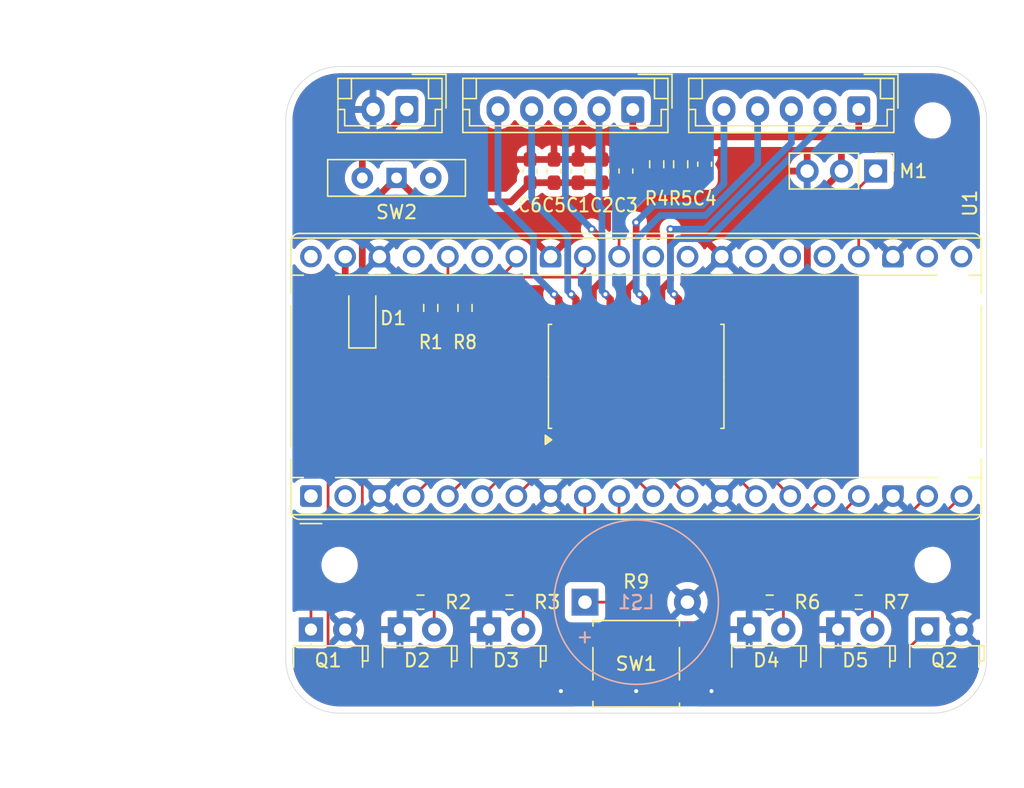
<source format=kicad_pcb>
(kicad_pcb (version 20240108) (generator "pcbnew") (generator_version "8.0")
  (layers (0 "F.Cu" signal) (31 "B.Cu" signal) (34 "B.Paste" user) (35 "F.Paste" user) (36 "B.SilkS" user "B.Silkscreen") (37 "F.SilkS" user "F.Silkscreen") (38 "B.Mask" user) (39 "F.Mask" user) (44 "Edge.Cuts" user))
  (net 0 "")
  (net 1 "GNDD")
  (net 2 "VBat")
  (net 3 "/Battery")
  (net 4 "Net-(D1-K)")
  (net 5 "Net-(D2-A)")
  (net 6 "Net-(D3-A)")
  (net 7 "Net-(D4-A)")
  (net 8 "Net-(D5-A)")
  (net 9 "Net-(J1-Pin_4)")
  (net 10 "Net-(J1-Pin_3)")
  (net 11 "Net-(J1-Pin_2)")
  (net 12 "Net-(J2-Pin_2)")
  (net 13 "Net-(J2-Pin_4)")
  (net 14 "Net-(J2-Pin_3)")
  (net 15 "/Speaker")
  (net 16 "/Servo")
  (net 17 "/Sensor Right")
  (net 18 "/Sensor Left")
  (net 19 "+3.3V")
  (net 20 "/IR Right")
  (net 21 "/Led Right")
  (net 22 "/Led Left")
  (net 23 "/IR Left")
  (net 24 "/Button")
  (net 25 "/Motor Right A")
  (net 27 "/Motor Right C")
  (net 28 "/Motor Left B")
  (net 30 "/Motor Right B")
  (net 33 "/Motor Left D")
  (net 35 "/Motor Left A")
  (net 36 "/Motor Right D")
  (net 37 "/Motor Left C")
  (net 47 "Net-(J3-Pin_1)")
  (net 49 "Net-(LS1-Pad1)")
  (net 50 "Net-(J1-Pin_5)")
  (net 51 "Net-(J2-Pin_5)")
  (footprint "Package_SO:SOIC-20W_7.5x12.8mm_P1.27mm" (layer "F.Cu") (at 152.4 101.6 90)
    (property "Reference" "U2" (hide yes))
    (property "Value" "ULN2803A")
  )
  (footprint "Button_Switch_SMD:SW_Push_1P1T_NO_CK_KSC6xxJ" (layer "F.Cu") (at 152.4 122.936)
    (property "Reference" "SW1")
    (property "Value" "SW_Push")
  )
  (footprint "Button_Switch_THT:SW_Slide-03_Wuerth-WS-SLTV_10x2.5x6.4_P2.54mm" (layer "F.Cu") (at 134.62 86.868)
    (property "Reference" "SW2")
    (property "Value" "SW_Wuerth_450301014042")
  )
  (footprint "Connector_JST:JST_EH_B2B-EH-A_1x02_P2.50mm_Vertical" (layer "F.Cu") (at 135.382 81.788 180)
    (property "Reference" "J3" (hide yes))
    (property "Value" "Battery")
  )
  (footprint "Resistor_SMD:R_0603_1608Metric_Pad0.98x0.95mm_HandSolder" (layer "F.Cu") (at 168.91 118.364)
    (property "Reference" "R7")
    (property "Value" "330")
  )
  (footprint "Capacitor_SMD:C_0603_1608Metric_Pad1.08x0.95mm_HandSolder" (layer "F.Cu") (at 157.48 85.852 90)
    (property "Reference" "C4")
    (property "Value" "100n")
  )
  (footprint "library:LED_D5.0mm_Horizontal_O1.27mm_Z3.0mm_truncated_silkscreen" (layer "F.Cu") (at 141.478 120.396)
    (property "Reference" "D3")
    (property "Value" "LED")
  )
  (footprint "MountingHole:MountingHole_2.2mm_M2" (layer "F.Cu") (at 130.4 115.6)
    (property "Reference" "H3" (hide yes))
    (property "Value" "MountingHole")
  )
  (footprint "library:LED_D5.0mm_Horizontal_O1.27mm_Z3.0mm_truncated_silkscreen" (layer "F.Cu") (at 167.386 120.396)
    (property "Reference" "D5")
    (property "Value" "IR")
  )
  (footprint "library:RaspberryPi_Pico_Common_THT_stacked" (layer "F.Cu") (at 128.27 110.49 90)
    (property "Reference" "U1")
    (property "Value" "PicoW")
  )
  (footprint "Resistor_SMD:R_0603_1608Metric_Pad0.98x0.95mm_HandSolder" (layer "F.Cu") (at 153.924 85.852 -90)
    (property "Reference" "R4")
    (property "Value" "10k")
  )
  (footprint "Resistor_SMD:R_0603_1608Metric_Pad0.98x0.95mm_HandSolder" (layer "F.Cu") (at 136.398 118.364)
    (property "Reference" "R2")
    (property "Value" "330")
  )
  (footprint "Connector_JST:JST_EH_B5B-EH-A_1x05_P2.50mm_Vertical" (layer "F.Cu") (at 152.146 81.788 180)
    (property "Reference" "J2" (hide yes))
    (property "Value" "Motor Right")
  )
  (footprint "Connector_JST:JST_EH_B5B-EH-A_1x05_P2.50mm_Vertical" (layer "F.Cu") (at 168.91 81.788 180)
    (property "Reference" "J1" (hide yes))
    (property "Value" "Motor Left")
  )
  (footprint "Capacitor_SMD:C_0603_1608Metric_Pad1.08x0.95mm_HandSolder" (layer "F.Cu") (at 151.638 86.36 90)
    (property "Reference" "C3")
    (property "Value" "100n")
  )
  (footprint "Connector_PinHeader_2.54mm:PinHeader_1x03_P2.54mm_Vertical" (layer "F.Cu") (at 170.165 86.36 -90)
    (property "Reference" "M1")
    (property "Value" "Motor_Servo")
  )
  (footprint "Capacitor_SMD:C_0603_1608Metric_Pad1.08x0.95mm_HandSolder" (layer "F.Cu") (at 144.526 86.36 90)
    (property "Reference" "C6")
    (property "Value" "10u")
  )
  (footprint "Resistor_SMD:R_0603_1608Metric_Pad0.98x0.95mm_HandSolder" (layer "F.Cu") (at 152.4 118.364 180)
    (property "Reference" "R9")
    (property "Value" "100")
  )
  (footprint "Capacitor_SMD:C_0603_1608Metric_Pad1.08x0.95mm_HandSolder" (layer "F.Cu") (at 148.082 86.36 90)
    (property "Reference" "C1")
    (property "Value" "10u")
  )
  (footprint "Diode_SMD:D_SOD-123F" (layer "F.Cu") (at 132.08 97.282 90)
    (property "Reference" "D1")
    (property "Value" "MBR120")
  )
  (footprint "Capacitor_SMD:C_0603_1608Metric_Pad1.08x0.95mm_HandSolder" (layer "F.Cu") (at 146.304 86.36 90)
    (property "Reference" "C5")
    (property "Value" "10u")
  )
  (footprint "library:LED_D5.0mm_Horizontal_O1.27mm_Z3.0mm_truncated_silkscreen" (layer "F.Cu") (at 173.99 120.396)
    (property "Reference" "Q2")
    (property "Value" "BP103B")
  )
  (footprint "Resistor_SMD:R_0603_1608Metric_Pad0.98x0.95mm_HandSolder" (layer "F.Cu") (at 139.7 96.52 -90)
    (property "Reference" "R8")
    (property "Value" "10k")
  )
  (footprint "Resistor_SMD:R_0603_1608Metric_Pad0.98x0.95mm_HandSolder" (layer "F.Cu") (at 162.306 118.364)
    (property "Reference" "R6")
    (property "Value" "330")
  )
  (footprint "Resistor_SMD:R_0603_1608Metric_Pad0.98x0.95mm_HandSolder" (layer "F.Cu") (at 137.16 96.52 -90)
    (property "Reference" "R1")
    (property "Value" "10k")
  )
  (footprint "library:LED_D5.0mm_Horizontal_O1.27mm_Z3.0mm_truncated_silkscreen" (layer "F.Cu") (at 134.874 120.396)
    (property "Reference" "D2")
    (property "Value" "IR")
  )
  (footprint "Resistor_SMD:R_0603_1608Metric_Pad0.98x0.95mm_HandSolder" (layer "F.Cu") (at 143.002 118.364)
    (property "Reference" "R3")
    (property "Value" "330")
  )
  (footprint "MountingHole:MountingHole_2.2mm_M2" (layer "F.Cu") (at 174.4 115.6)
    (property "Reference" "H2" (hide yes))
    (property "Value" "MountingHole")
  )
  (footprint "Capacitor_SMD:C_0603_1608Metric_Pad1.08x0.95mm_HandSolder" (layer "F.Cu") (at 149.86 86.36 90)
    (property "Reference" "C2")
    (property "Value" "10u")
  )
  (footprint "Resistor_SMD:R_0603_1608Metric_Pad0.98x0.95mm_HandSolder" (layer "F.Cu") (at 155.702 85.852 90)
    (property "Reference" "R5")
    (property "Value" "10k")
  )
  (footprint "MountingHole:MountingHole_2.2mm_M2" (layer "F.Cu") (at 174.4 82.6)
    (property "Reference" "H1" (hide yes))
    (property "Value" "MountingHole")
  )
  (footprint "library:LED_D5.0mm_Horizontal_O1.27mm_Z3.0mm_truncated_silkscreen" (layer "F.Cu") (at 128.27 120.396)
    (property "Reference" "Q1")
    (property "Value" "BP103B")
  )
  (footprint "library:LED_D5.0mm_Horizontal_O1.27mm_Z3.0mm_truncated_silkscreen" (layer "F.Cu") (at 160.782 120.396)
    (property "Reference" "D4")
    (property "Value" "LED")
  )
  (footprint "Buzzer_Beeper:Buzzer_12x9.5RM7.6" (layer "B.Cu") (at 148.6 118.364)
    (property "Reference" "LS1")
    (property "Value" "Speaker")
  )
  (gr_arc (start 174.4 78.6) (mid 177.228427 79.771573) (end 178.4 82.6) (stroke (width 0.05)) (layer "Edge.Cuts"))
  (gr_arc (start 126.4 82.6) (mid 127.571573 79.771573) (end 130.4 78.6) (stroke (width 0.05)) (layer "Edge.Cuts"))
  (gr_line (start 178.4 122.6) (end 178.4 82.6) (stroke (width 0.05)) (layer "Edge.Cuts"))
  (gr_line (start 174.4 78.6) (end 130.4 78.6) (stroke (width 0.05)) (layer "Edge.Cuts"))
  (gr_arc (start 130.4 126.6) (mid 127.571573 125.428427) (end 126.4 122.6) (stroke (width 0.05)) (layer "Edge.Cuts"))
  (gr_line (start 130.4 126.6) (end 174.4 126.6) (stroke (width 0.05)) (layer "Edge.Cuts"))
  (gr_arc (start 178.4 122.6) (mid 177.228427 125.428427) (end 174.4 126.6) (stroke (width 0.05)) (layer "Edge.Cuts"))
  (gr_line (start 126.4 82.6) (end 126.4 122.6) (stroke (width 0.05)) (layer "Edge.Cuts"))
  (segment (start 155.752 84.9895) (end 157.48 84.9895) (width 0.5) (layer "F.Cu") (net 1))
  (segment (start 133.35 92.71) (end 134.62 93.98) (width 0.5) (layer "F.Cu") (net 1))
  (segment (start 157.48 84.9895) (end 158.8505 84.9895) (width 0.5) (layer "F.Cu") (net 1))
  (segment (start 156.845 104.775) (end 157.48 104.14) (width 0.5) (layer "F.Cu") (net 1))
  (segment (start 171.45 110.49) (end 170.18 111.76) (width 0.5) (layer "F.Cu") (net 1))
  (segment (start 156.845 106.25) (end 156.845 104.775) (width 0.5) (layer "F.Cu") (net 1))
  (segment (start 155.702 84.9395) (end 155.752 84.9895) (width 0.5) (layer "F.Cu") (net 1))
  (via (at 146.812 124.968) (size 0.6) (drill 0.3) (layers "F.Cu" "B.Cu") (net 1))
  (via (at 152.4 124.968) (size 0.6) (drill 0.3) (layers "F.Cu" "B.Cu") (net 1))
  (via (at 157.988 124.968) (size 0.6) (drill 0.3) (layers "F.Cu" "B.Cu") (net 1))
  (segment (start 165.085 86.36) (end 165.085 87.915) (width 0.5) (layer "B.Cu") (net 1))
  (segment (start 165.1 88.885) (end 167.625 86.36) (width 0.5) (layer "F.Cu") (net 2))
  (segment (start 153.924 84.9395) (end 155.0435 83.82) (width 0.5) (layer "F.Cu") (net 2))
  (segment (start 134.62 86.868) (end 136.398 88.646) (width 0.5) (layer "F.Cu") (net 2))
  (segment (start 165.1 94.488) (end 165.1 88.885) (width 0.5) (layer "F.Cu") (net 2))
  (segment (start 156.845 95.885) (end 157.48 95.25) (width 0.5) (layer "F.Cu") (net 2))
  (segment (start 149.86 87.2225) (end 151.638 87.2225) (width 0.5) (layer "F.Cu") (net 2))
  (segment (start 144.526 87.2225) (end 146.304 87.2225) (width 0.5) (layer "F.Cu") (net 2))
  (segment (start 146.304 87.2225) (end 148.082 87.2225) (width 0.5) (layer "F.Cu") (net 2))
  (segment (start 151.641 87.2225) (end 151.638 87.2225) (width 0.5) (layer "F.Cu") (net 2))
  (segment (start 132.08 95.882) (end 132.08 89.408) (width 0.5) (layer "F.Cu") (net 2))
  (segment (start 152.146 83.1615) (end 153.924 84.9395) (width 0.5) (layer "F.Cu") (net 2))
  (segment (start 136.398 88.646) (end 143.1025 88.646) (width 0.5) (layer "F.Cu") (net 2))
  (segment (start 168.91 83.536) (end 167.625 84.821) (width 0.5) (layer "F.Cu") (net 2))
  (segment (start 166.624 83.82) (end 167.625 84.821) (width 0.5) (layer "F.Cu") (net 2))
  (segment (start 148.082 87.2225) (end 149.86 87.2225) (width 0.5) (layer "F.Cu") (net 2))
  (segment (start 152.146 81.788) (end 152.146 83.1615) (width 0.5) (layer "F.Cu") (net 2))
  (segment (start 153.924 84.9395) (end 151.641 87.2225) (width 0.5) (layer "F.Cu") (net 2))
  (segment (start 143.1025 88.646) (end 144.526 87.2225) (width 0.5) (layer "F.Cu") (net 2))
  (segment (start 155.0435 83.82) (end 166.624 83.82) (width 0.5) (layer "F.Cu") (net 2))
  (segment (start 132.08 89.408) (end 134.62 86.868) (width 0.5) (layer "F.Cu") (net 2))
  (segment (start 164.338 95.25) (end 165.1 94.488) (width 0.5) (layer "F.Cu") (net 2))
  (segment (start 157.48 95.25) (end 164.338 95.25) (width 0.5) (layer "F.Cu") (net 2))
  (segment (start 156.845 96.95) (end 156.845 95.885) (width 0.5) (layer "F.Cu") (net 2))
  (segment (start 168.91 81.788) (end 168.91 83.536) (width 0.5) (layer "F.Cu") (net 2))
  (segment (start 167.625 84.821) (end 167.625 86.36) (width 0.5) (layer "F.Cu") (net 2))
  (segment (start 134.62 86.36) (end 134.62 86.359999) (width 0.5) (layer "F.Cu") (net 2))
  (segment (start 153.924 86.7645) (end 155.702 86.7645) (width 0.2) (layer "F.Cu") (net 3))
  (segment (start 151.13 89.5585) (end 151.13 92.71) (width 0.2) (layer "F.Cu") (net 3))
  (segment (start 153.924 86.7645) (end 151.13 89.5585) (width 0.2) (layer "F.Cu") (net 3))
  (segment (start 157.43 86.7645) (end 157.48 86.7145) (width 0.2) (layer "F.Cu") (net 3))
  (segment (start 155.702 86.7645) (end 157.43 86.7645) (width 0.2) (layer "F.Cu") (net 3))
  (segment (start 130.81 92.71) (end 130.81 97.412) (width 0.5) (layer "F.Cu") (net 4))
  (segment (start 130.81 97.412) (end 132.08 98.682) (width 0.5) (layer "F.Cu") (net 4))
  (segment (start 137.414 118.4675) (end 137.3105 118.364) (width 0.2) (layer "F.Cu") (net 5))
  (segment (start 137.414 120.396) (end 137.414 118.4675) (width 0.2) (layer "F.Cu") (net 5))
  (segment (start 144.018 118.4675) (end 143.9145 118.364) (width 0.2) (layer "F.Cu") (net 6))
  (segment (start 144.018 120.396) (end 144.018 118.4675) (width 0.2) (layer "F.Cu") (net 6))
  (segment (start 163.322 120.396) (end 163.322 118.4675) (width 0.2) (layer "F.Cu") (net 7))
  (segment (start 163.322 118.4675) (end 163.2185 118.364) (width 0.2) (layer "F.Cu") (net 7))
  (segment (start 169.926 118.4675) (end 169.8225 118.364) (width 0.2) (layer "F.Cu") (net 8))
  (segment (start 169.926 120.396) (end 169.926 118.4675) (width 0.2) (layer "F.Cu") (net 8))
  (segment (start 153.035 95.885) (end 153.035 96.95) (width 0.5) (layer "F.Cu") (net 9))
  (segment (start 152.654 95.504) (end 153.035 95.885) (width 0.5) (layer "F.Cu") (net 9))
  (via (at 152.654 95.504) (size 0.6) (drill 0.3) (layers "F.Cu" "B.Cu") (net 9))
  (segment (start 154.178 89.662) (end 152.4 91.44) (width 0.5) (layer "B.Cu") (net 9))
  (segment (start 152.4 91.44) (end 152.4 95.25) (width 0.5) (layer "B.Cu") (net 9))
  (segment (start 157.5321 89.662) (end 154.178 89.662) (width 0.5) (layer "B.Cu") (net 9))
  (segment (start 152.4 95.25) (end 152.654 95.504) (width 0.5) (layer "B.Cu") (net 9))
  (segment (start 161.41 81.788) (end 161.41 85.7841) (width 0.5) (layer "B.Cu") (net 9))
  (segment (start 161.41 85.7841) (end 157.5321 89.662) (width 0.5) (layer "B.Cu") (net 9))
  (segment (start 154.305 95.123) (end 154.94 94.488) (width 0.5) (layer "F.Cu") (net 10))
  (segment (start 154.94 91.694) (end 154.94 90.678) (width 0.5) (layer "F.Cu") (net 10))
  (segment (start 154.94 94.488) (end 154.94 91.694) (width 0.5) (layer "F.Cu") (net 10))
  (segment (start 154.305 96.95) (end 154.305 95.123) (width 0.5) (layer "F.Cu") (net 10))
  (via (at 154.94 90.678) (size 0.6) (drill 0.3) (layers "F.Cu" "B.Cu") (net 10))
  (segment (start 157.50605 90.678) (end 163.91 84.27405) (width 0.5) (layer "B.Cu") (net 10))
  (segment (start 154.94 90.678) (end 157.50605 90.678) (width 0.5) (layer "B.Cu") (net 10))
  (segment (start 163.91 84.27405) (end 163.91 81.788) (width 0.5) (layer "B.Cu") (net 10))
  (segment (start 155.194 95.504) (end 155.575 95.885) (width 0.5) (layer "F.Cu") (net 11))
  (segment (start 155.575 95.885) (end 155.575 96.95) (width 0.5) (layer "F.Cu") (net 11))
  (via (at 155.194 95.504) (size 0.6) (drill 0.3) (layers "F.Cu" "B.Cu") (net 11))
  (segment (start 157.796 91.378) (end 166.41 82.764) (width 0.5) (layer "B.Cu") (net 11))
  (segment (start 155.194 95.504) (end 154.94 95.25) (width 0.5) (layer "B.Cu") (net 11))
  (segment (start 154.94 91.948) (end 155.51 91.378) (width 0.5) (layer "B.Cu") (net 11))
  (segment (start 155.51 91.378) (end 157.796 91.378) (width 0.5) (layer "B.Cu") (net 11))
  (segment (start 154.94 95.25) (end 154.94 91.948) (width 0.5) (layer "B.Cu") (net 11))
  (segment (start 166.41 82.764) (end 166.41 81.788) (width 0.5) (layer "B.Cu") (net 11))
  (segment (start 150.495 96.95) (end 150.495 95.885) (width 0.5) (layer "F.Cu") (net 12))
  (segment (start 150.495 95.885) (end 150.114 95.504) (width 0.5) (layer "F.Cu") (net 12))
  (via (at 150.114 95.504) (size 0.6) (drill 0.3) (layers "F.Cu" "B.Cu") (net 12))
  (segment (start 149.86 89.154) (end 149.646 88.94) (width 0.5) (layer "B.Cu") (net 12))
  (segment (start 149.86 95.25) (end 149.86 89.154) (width 0.5) (layer "B.Cu") (net 12))
  (segment (start 150.114 95.504) (end 149.86 95.25) (width 0.5) (layer "B.Cu") (net 12))
  (segment (start 149.646 88.94) (end 149.646 81.788) (width 0.5) (layer "B.Cu") (net 12))
  (segment (start 147.955 95.885) (end 147.955 96.95) (width 0.5) (layer "F.Cu") (net 13))
  (segment (start 147.574 95.504) (end 147.955 95.885) (width 0.5) (layer "F.Cu") (net 13))
  (via (at 147.574 95.504) (size 0.6) (drill 0.3) (layers "F.Cu" "B.Cu") (net 13))
  (segment (start 147.32 91.186) (end 144.646 88.512) (width 0.5) (layer "B.Cu") (net 13))
  (segment (start 144.646 88.512) (end 144.646 81.788) (width 0.5) (layer "B.Cu") (net 13))
  (segment (start 147.32 95.25) (end 147.32 91.186) (width 0.5) (layer "B.Cu") (net 13))
  (segment (start 147.574 95.504) (end 147.32 95.25) (width 0.5) (layer "B.Cu") (net 13))
  (segment (start 149.86 91.44) (end 149.86 94.488) (width 0.5) (layer "F.Cu") (net 14))
  (segment (start 149.098 90.678) (end 149.86 91.44) (width 0.5) (layer "F.Cu") (net 14))
  (segment (start 149.225 95.123) (end 149.225 96.95) (width 0.5) (layer "F.Cu") (net 14))
  (segment (start 149.86 94.488) (end 149.225 95.123) (width 0.5) (layer "F.Cu") (net 14))
  (via (at 149.098 90.678) (size 0.6) (drill 0.3) (layers "F.Cu" "B.Cu") (net 14))
  (segment (start 147.146 88.726) (end 147.146 81.788) (width 0.5) (layer "B.Cu") (net 14))
  (segment (start 149.098 90.678) (end 147.146 88.726) (width 0.5) (layer "B.Cu") (net 14))
  (segment (start 170.318628 122.936) (end 160.02 122.936) (width 0.2) (layer "F.Cu") (net 15))
  (segment (start 160.02 122.936) (end 156.972 119.888) (width 0.2) (layer "F.Cu") (net 15))
  (segment (start 156.972 119.888) (end 154.8365 119.888) (width 0.2) (layer "F.Cu") (net 15))
  (segment (start 173.99 110.49) (end 171.704 112.776) (width 0.2) (layer "F.Cu") (net 15))
  (segment (start 154.8365 119.888) (end 153.3125 118.364) (width 0.2) (layer "F.Cu") (net 15))
  (segment (start 171.704 121.550628) (end 170.318628 122.936) (width 0.2) (layer "F.Cu") (net 15))
  (segment (start 171.704 112.776) (end 171.704 121.550628) (width 0.2) (layer "F.Cu") (net 15))
  (segment (start 168.91 92.71) (end 168.91 87.615) (width 0.2) (layer "F.Cu") (net 16))
  (segment (start 168.91 87.615) (end 170.165 86.36) (width 0.2) (layer "F.Cu") (net 16))
  (segment (start 137.16 97.4325) (end 138.0725 96.52) (width 0.2) (layer "F.Cu") (net 17))
  (segment (start 137.16 99.822) (end 137.16 97.4325) (width 0.2) (layer "F.Cu") (net 17))
  (segment (start 129.54 113.226314) (end 129.54 107.442) (width 0.2) (layer "F.Cu") (net 17))
  (segment (start 129.54 107.442) (end 137.16 99.822) (width 0.2) (layer "F.Cu") (net 17))
  (segment (start 140.041722 96.52) (end 143.51 93.051722) (width 0.2) (layer "F.Cu") (net 17))
  (segment (start 143.51 93.051722) (end 143.51 92.71) (width 0.2) (layer "F.Cu") (net 17))
  (segment (start 128.27 120.396) (end 128.27 114.496314) (width 0.2) (layer "F.Cu") (net 17))
  (segment (start 128.27 114.496314) (end 129.54 113.226314) (width 0.2) (layer "F.Cu") (net 17))
  (segment (start 138.0725 96.52) (end 140.041722 96.52) (width 0.2) (layer "F.Cu") (net 17))
  (segment (start 131.356 123.736) (end 129.54 121.92) (width 0.2) (layer "F.Cu") (net 18))
  (segment (start 129.54 121.92) (end 129.54 118.11) (width 0.2) (layer "F.Cu") (net 18))
  (segment (start 148.59 93.726) (end 148.082 94.234) (width 0.2) (layer "F.Cu") (net 18))
  (segment (start 142.8985 94.234) (end 139.7 97.4325) (width 0.2) (layer "F.Cu") (net 18))
  (segment (start 170.65 123.736) (end 131.356 123.736) (width 0.2) (layer "F.Cu") (net 18))
  (segment (start 128.67 117.24) (end 128.67 114.662) (width 0.2) (layer "F.Cu") (net 18))
  (segment (start 129.54 118.11) (end 128.67 117.24) (width 0.2) (layer "F.Cu") (net 18))
  (segment (start 128.67 114.662) (end 132.08 111.252) (width 0.2) (layer "F.Cu") (net 18))
  (segment (start 132.08 111.252) (end 132.08 105.918) (width 0.2) (layer "F.Cu") (net 18))
  (segment (start 148.082 94.234) (end 142.8985 94.234) (width 0.2) (layer "F.Cu") (net 18))
  (segment (start 132.08 105.918) (end 139.7 98.298) (width 0.2) (layer "F.Cu") (net 18))
  (segment (start 139.7 98.298) (end 139.7 97.4325) (width 0.2) (layer "F.Cu") (net 18))
  (segment (start 173.99 120.396) (end 170.65 123.736) (width 0.2) (layer "F.Cu") (net 18))
  (segment (start 148.59 92.71) (end 148.59 93.726) (width 0.2) (layer "F.Cu") (net 18))
  (segment (start 138.43 94.3375) (end 137.16 95.6075) (width 0.2) (layer "F.Cu") (net 19))
  (segment (start 138.43 92.71) (end 138.43 94.3375) (width 0.2) (layer "F.Cu") (net 19))
  (segment (start 138.43 94.3375) (end 139.7 95.6075) (width 0.2) (layer "F.Cu") (net 19))
  (segment (start 147.574 113.03) (end 139.192 113.03) (width 0.2) (layer "F.Cu") (net 20))
  (segment (start 139.192 113.03) (end 135.4855 116.7365) (width 0.2) (layer "F.Cu") (net 20))
  (segment (start 148.59 112.014) (end 147.574 113.03) (width 0.2) (layer "F.Cu") (net 20))
  (segment (start 135.4855 116.7365) (end 135.4855 118.364) (width 0.2) (layer "F.Cu") (net 20))
  (segment (start 148.59 110.49) (end 148.59 112.014) (width 0.2) (layer "F.Cu") (net 20))
  (segment (start 148.336 114.808) (end 144.018 114.808) (width 0.2) (layer "F.Cu") (net 21))
  (segment (start 142.0895 116.7365) (end 142.0895 118.364) (width 0.2) (layer "F.Cu") (net 21))
  (segment (start 144.018 114.808) (end 142.0895 116.7365) (width 0.2) (layer "F.Cu") (net 21))
  (segment (start 151.13 112.014) (end 148.336 114.808) (width 0.2) (layer "F.Cu") (net 21))
  (segment (start 151.13 110.49) (end 151.13 112.014) (width 0.2) (layer "F.Cu") (net 21))
  (segment (start 161.3935 115.4665) (end 166.37 110.49) (width 0.2) (layer "F.Cu") (net 22))
  (segment (start 161.3935 118.364) (end 161.3935 115.4665) (width 0.2) (layer "F.Cu") (net 22))
  (segment (start 167.9975 118.364) (end 167.9975 111.4025) (width 0.2) (layer "F.Cu") (net 23))
  (segment (start 167.9975 111.4025) (end 168.91 110.49) (width 0.2) (layer "F.Cu") (net 23))
  (segment (start 157.454314 120.936) (end 159.854314 123.336) (width 0.2) (layer "F.Cu") (net 24))
  (segment (start 159.854314 123.336) (end 170.484314 123.336) (width 0.2) (layer "F.Cu") (net 24))
  (segment (start 155.3 120.936) (end 157.454314 120.936) (width 0.2) (layer "F.Cu") (net 24))
  (segment (start 172.212 121.608314) (end 172.212 114.808) (width 0.2) (layer "F.Cu") (net 24))
  (segment (start 150.4715 121.088) (end 148.6 121.088) (width 0.2) (layer "F.Cu") (net 24))
  (segment (start 172.212 114.808) (end 176.53 110.49) (width 0.2) (layer "F.Cu") (net 24))
  (segment (start 149.5 120.936) (end 155.3 120.936) (width 0.2) (layer "F.Cu") (net 24))
  (segment (start 170.484314 123.336) (end 172.212 121.608314) (width 0.2) (layer "F.Cu") (net 24))
  (segment (start 150.495 106.645552) (end 150.495 106.25) (width 0.2) (layer "F.Cu") (net 25))
  (segment (start 143.51 110.49) (end 145.142 108.858) (width 0.2) (layer "F.Cu") (net 25))
  (segment (start 148.282552 108.858) (end 150.495 106.645552) (width 0.2) (layer "F.Cu") (net 25))
  (segment (start 145.142 108.858) (end 148.282552 108.858) (width 0.2) (layer "F.Cu") (net 25))
  (segment (start 145.771 107.975) (end 145.796 107.95) (width 0.2) (layer "F.Cu") (net 27))
  (segment (start 145.796 107.95) (end 146.650552 107.95) (width 0.2) (layer "F.Cu") (net 27))
  (segment (start 138.43 110.49) (end 140.945 107.975) (width 0.2) (layer "F.Cu") (net 27))
  (segment (start 146.650552 107.95) (end 147.955 106.645552) (width 0.2) (layer "F.Cu") (net 27))
  (segment (start 140.945 107.975) (end 145.771 107.975) (width 0.2) (layer "F.Cu") (net 27))
  (segment (start 147.955 106.645552) (end 147.955 106.25) (width 0.2) (layer "F.Cu") (net 27))
  (segment (start 156.371448 108.712) (end 154.305 106.645552) (width 0.2) (layer "F.Cu") (net 28))
  (segment (start 159.512 108.712) (end 156.371448 108.712) (width 0.2) (layer "F.Cu") (net 28))
  (segment (start 161.29 110.49) (end 159.512 108.712) (width 0.2) (layer "F.Cu") (net 28))
  (segment (start 154.305 106.645552) (end 154.305 106.25) (width 0.2) (layer "F.Cu") (net 28))
  (segment (start 143.002 108.458) (end 148.041999 108.458) (width 0.2) (layer "F.Cu") (net 30))
  (segment (start 140.97 110.49) (end 143.002 108.458) (width 0.2) (layer "F.Cu") (net 30))
  (segment (start 149.225 107.274999) (end 149.225 106.25) (width 0.2) (layer "F.Cu") (net 30))
  (segment (start 148.041999 108.458) (end 149.225 107.274999) (width 0.2) (layer "F.Cu") (net 30))
  (segment (start 151.765 108.585) (end 151.765 106.25) (width 0.2) (layer "F.Cu") (net 33))
  (segment (start 153.67 110.49) (end 151.765 108.585) (width 0.2) (layer "F.Cu") (net 33))
  (segment (start 163.83 110.49) (end 160.915 107.575) (width 0.2) (layer "F.Cu") (net 35))
  (segment (start 160.915 107.575) (end 156.343 107.575) (width 0.2) (layer "F.Cu") (net 35))
  (segment (start 156.343 107.575) (end 155.575 106.807) (width 0.2) (layer "F.Cu") (net 35))
  (segment (start 155.575 106.807) (end 155.575 106.25) (width 0.2) (layer "F.Cu") (net 35))
  (segment (start 145.36 107.575) (end 146.685 106.25) (width 0.2) (layer "F.Cu") (net 36))
  (segment (start 135.89 110.49) (end 138.805 107.575) (width 0.2) (layer "F.Cu") (net 36))
  (segment (start 138.805 107.575) (end 145.36 107.575) (width 0.2) (layer "F.Cu") (net 36))
  (segment (start 153.035 107.315) (end 153.035 106.25) (width 0.2) (layer "F.Cu") (net 37))
  (segment (start 156.21 110.49) (end 153.035 107.315) (width 0.2) (layer "F.Cu") (net 37))
  (segment (start 135.382 81.026) (end 135.382 82.042) (width 0.5) (layer "F.Cu") (net 47))
  (segment (start 135.382 82.042) (end 132.08 85.344) (width 0.5) (layer "F.Cu") (net 47))
  (segment (start 132.08 85.344) (end 132.08 86.868) (width 0.5) (layer "F.Cu") (net 47))
  (segment (start 148.6 118.364) (end 151.4875 118.364) (width 0.2) (layer "F.Cu") (net 49))
  (segment (start 152.4 94.488) (end 151.765 95.123) (width 0.5) (layer "F.Cu") (net 50))
  (segment (start 151.765 95.123) (end 151.765 96.95) (width 0.5) (layer "F.Cu") (net 50))
  (segment (start 152.4 90.17) (end 152.4 94.488) (width 0.5) (layer "F.Cu") (net 50))
  (via (at 152.4 90.17) (size 0.6) (drill 0.3) (layers "F.Cu" "B.Cu") (net 50))
  (segment (start 158.91 87.29415) (end 157.30415 88.9) (width 0.5) (layer "B.Cu") (net 50))
  (segment (start 158.91 81.788) (end 158.91 87.29415) (width 0.5) (layer "B.Cu") (net 50))
  (segment (start 157.30415 88.9) (end 153.67 88.9) (width 0.5) (layer "B.Cu") (net 50))
  (segment (start 153.67 88.9) (end 152.4 90.17) (width 0.5) (layer "B.Cu") (net 50))
  (segment (start 146.685 95.885) (end 146.685 96.95) (width 0.5) (layer "F.Cu") (net 51))
  (segment (start 146.304 95.504) (end 146.685 95.885) (width 0.5) (layer "F.Cu") (net 51))
  (via (at 146.304 95.504) (size 0.6) (drill 0.3) (layers "F.Cu" "B.Cu") (net 51))
  (segment (start 146.304 95.504) (end 144.78 93.98) (width 0.5) (layer "B.Cu") (net 51))
  (segment (start 142.146 88.552) (end 142.146 81.788) (width 0.5) (layer "B.Cu") (net 51))
  (segment (start 144.78 91.186) (end 142.146 88.552) (width 0.5) (layer "B.Cu") (net 51))
  (segment (start 144.78 93.98) (end 144.78 91.186) (width 0.5) (layer "B.Cu") (net 51))
  (zone (net 1) (net_name "GNDD") (layers "F.Cu" "B.Cu") (connect_pads (clearance 0.5)) (min_thickness 0.25) (fill yes (thermal_gap 0.5) (thermal_bridge_width 0.5))
    (polygon (pts (xy 124.46 73.66) (xy 180.34 73.66) (xy 180.34 93.98) (xy 168.91 93.98) (xy 168.91 109.22) (xy 180.34 109.22) (xy 180.34 129.54) (xy 124.46 129.54)))
  )
)
</source>
